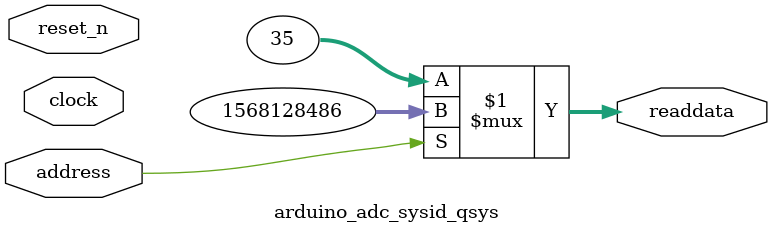
<source format=v>



// synthesis translate_off
`timescale 1ns / 1ps
// synthesis translate_on

// turn off superfluous verilog processor warnings 
// altera message_level Level1 
// altera message_off 10034 10035 10036 10037 10230 10240 10030 

module arduino_adc_sysid_qsys (
               // inputs:
                address,
                clock,
                reset_n,

               // outputs:
                readdata
             )
;

  output  [ 31: 0] readdata;
  input            address;
  input            clock;
  input            reset_n;

  wire    [ 31: 0] readdata;
  //control_slave, which is an e_avalon_slave
  assign readdata = address ? 1568128486 : 35;

endmodule



</source>
